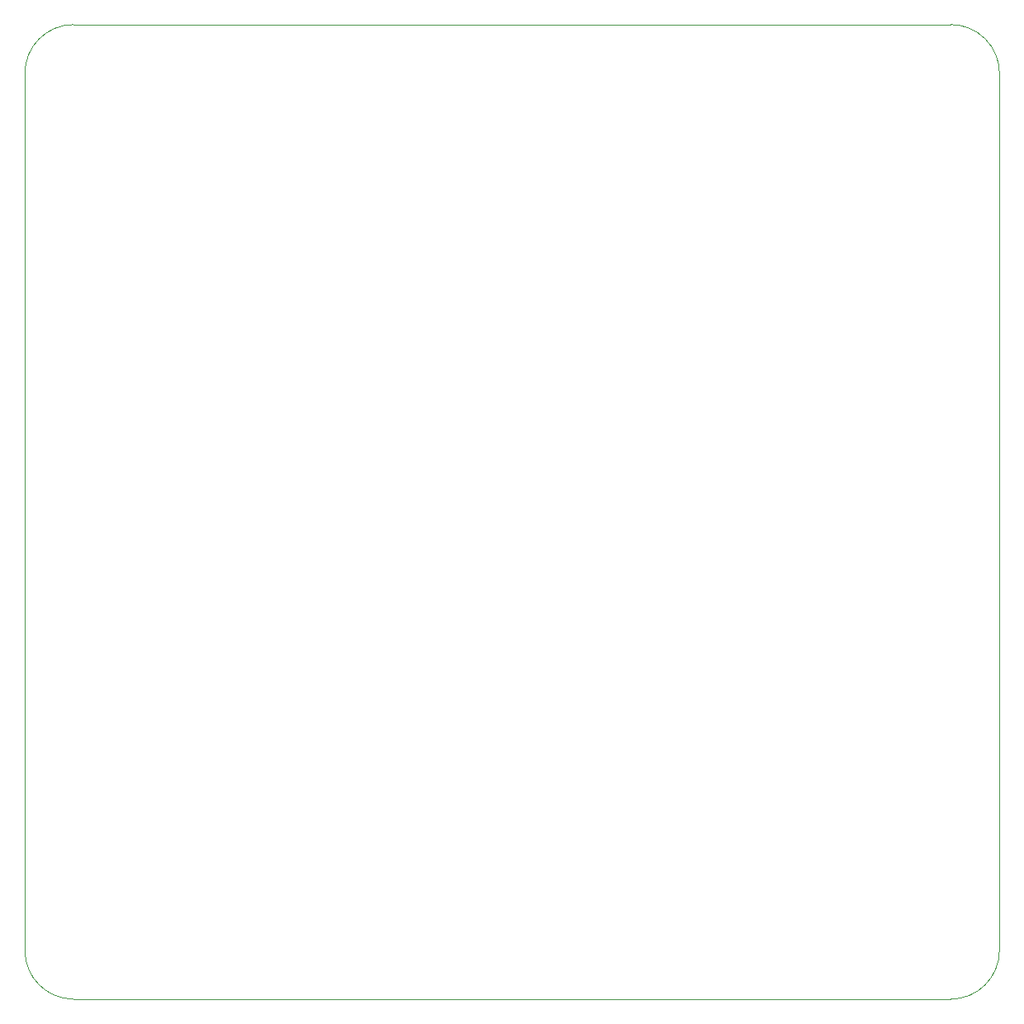
<source format=gbr>
G04 #@! TF.GenerationSoftware,KiCad,Pcbnew,5.0.0-fee4fd1~66~ubuntu16.04.1*
G04 #@! TF.CreationDate,2018-08-16T23:09:48+08:00*
G04 #@! TF.ProjectId,postcard,706F7374636172642E6B696361645F70,rev?*
G04 #@! TF.SameCoordinates,Original*
G04 #@! TF.FileFunction,Profile,NP*
%FSLAX46Y46*%
G04 Gerber Fmt 4.6, Leading zero omitted, Abs format (unit mm)*
G04 Created by KiCad (PCBNEW 5.0.0-fee4fd1~66~ubuntu16.04.1) date Thu Aug 16 23:09:48 2018*
%MOMM*%
%LPD*%
G01*
G04 APERTURE LIST*
%ADD10C,0.100000*%
G04 APERTURE END LIST*
D10*
X5000000Y0D02*
X95000000Y0D01*
X0Y-95000000D02*
X0Y-5000000D01*
X95000000Y-100000000D02*
X5000000Y-100000000D01*
X100000000Y-95000000D02*
G75*
G02X95000000Y-100000000I-5000000J0D01*
G01*
X100000000Y-5000000D02*
X100000000Y-95000000D01*
X95000000Y0D02*
G75*
G02X100000000Y-5000000I0J-5000000D01*
G01*
X0Y-5000000D02*
G75*
G02X5000000Y0I5000000J0D01*
G01*
X5000000Y-100000000D02*
G75*
G02X0Y-95000000I0J5000000D01*
G01*
M02*

</source>
